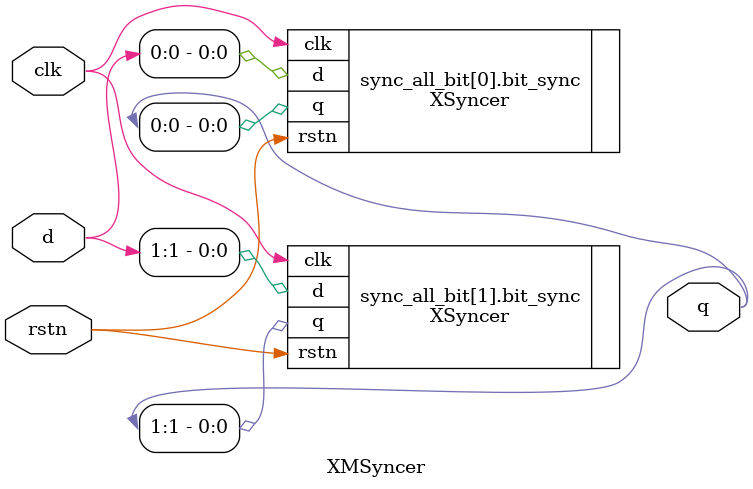
<source format=sv>

module XMSyncer #(parameter DW = 2, N = 2) (
  input logic clk,
  input logic rstn,

  input  logic [DW-1:0] d,
  output logic [DW-1:0] q
);

genvar i;
generate
	for (i = 0; i < DW; i = i + 1) begin: sync_all_bit
	  XSyncer #(.N(N)) bit_sync (.clk(clk), .rstn(rstn), .d(d[i]), .q(q[i]));
	end
endgenerate
endmodule
// EOF

</source>
